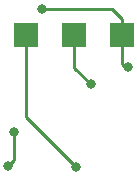
<source format=gbl>
G04 #@! TF.GenerationSoftware,KiCad,Pcbnew,(6.0.0)*
G04 #@! TF.CreationDate,2021-12-31T14:49:46+01:00*
G04 #@! TF.ProjectId,marklin-v100-led-back-pcb,6d61726b-6c69-46e2-9d76-3130302d6c65,0.1*
G04 #@! TF.SameCoordinates,Original*
G04 #@! TF.FileFunction,Copper,L2,Bot*
G04 #@! TF.FilePolarity,Positive*
%FSLAX46Y46*%
G04 Gerber Fmt 4.6, Leading zero omitted, Abs format (unit mm)*
G04 Created by KiCad (PCBNEW (6.0.0)) date 2021-12-31 14:49:46*
%MOMM*%
%LPD*%
G01*
G04 APERTURE LIST*
G04 #@! TA.AperFunction,SMDPad,CuDef*
%ADD10R,2.000000X2.000000*%
G04 #@! TD*
G04 #@! TA.AperFunction,ViaPad*
%ADD11C,0.800000*%
G04 #@! TD*
G04 #@! TA.AperFunction,Conductor*
%ADD12C,0.250000*%
G04 #@! TD*
G04 APERTURE END LIST*
D10*
X99890000Y-66257500D03*
X107990000Y-66257500D03*
X103940000Y-66257500D03*
D11*
X98840000Y-74457500D03*
X98340000Y-77357500D03*
X108540000Y-68957500D03*
X101240000Y-64057500D03*
X104140000Y-77457500D03*
X105340000Y-70457500D03*
D12*
X98840000Y-76857500D02*
X98340000Y-77357500D01*
X98840000Y-74457500D02*
X98840000Y-76857500D01*
X107990000Y-64907500D02*
X107140000Y-64057500D01*
X107990000Y-66257500D02*
X107990000Y-64907500D01*
X107990000Y-66257500D02*
X107990000Y-68707500D01*
X108240000Y-68957500D02*
X108540000Y-68957500D01*
X107990000Y-68707500D02*
X108240000Y-68957500D01*
X107140000Y-64057500D02*
X101240000Y-64057500D01*
X99890000Y-73207500D02*
X104140000Y-77457500D01*
X99890000Y-66257500D02*
X99890000Y-73207500D01*
X103940000Y-66257500D02*
X103940000Y-69057500D01*
X103940000Y-69057500D02*
X105340000Y-70457500D01*
M02*

</source>
